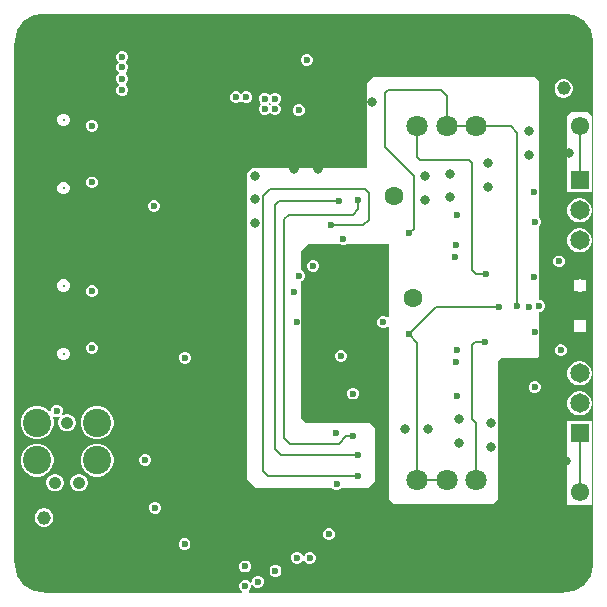
<source format=gbr>
%TF.GenerationSoftware,Altium Limited,Altium Designer,24.2.2 (26)*%
G04 Layer_Physical_Order=3*
G04 Layer_Color=16440176*
%FSLAX45Y45*%
%MOMM*%
%TF.SameCoordinates,9421A899-AC1A-4384-8821-8213F9677E77*%
%TF.FilePolarity,Positive*%
%TF.FileFunction,Copper,L3,Inr,Signal*%
%TF.Part,Single*%
G01*
G75*
%TA.AperFunction,ComponentPad*%
%ADD46C,1.60000*%
%ADD47C,1.55000*%
%ADD48C,2.40000*%
%ADD49C,1.06700*%
%ADD50C,4.46000*%
%ADD51C,1.80000*%
%TA.AperFunction,WasherPad*%
%ADD52C,1.15200*%
%TA.AperFunction,ComponentPad*%
%ADD53C,0.32500*%
%TA.AperFunction,ViaPad*%
%ADD54C,5.00000*%
%TA.AperFunction,ComponentPad*%
%ADD55C,1.65000*%
%ADD56R,1.65000X1.65000*%
%TA.AperFunction,ViaPad*%
%ADD57C,0.80000*%
%ADD58C,0.60000*%
%TA.AperFunction,Conductor*%
%ADD59C,0.17229*%
G36*
X10377500Y10567500D02*
X10627500D01*
Y6167500D01*
X10377500D01*
Y5917500D01*
X7713561Y5917500D01*
X7710916Y5929685D01*
X7710911Y5930200D01*
X7724888Y5944177D01*
X7732500Y5962554D01*
Y5978939D01*
X7744684Y5981584D01*
X7745200Y5981589D01*
X7759177Y5967612D01*
X7777554Y5960000D01*
X7797446D01*
X7815823Y5967612D01*
X7829888Y5981677D01*
X7837500Y6000054D01*
Y6019946D01*
X7829888Y6038323D01*
X7815823Y6052388D01*
X7797446Y6060000D01*
X7777554D01*
X7759177Y6052388D01*
X7745112Y6038323D01*
X7737500Y6019946D01*
Y6003561D01*
X7725316Y6000916D01*
X7724800Y6000911D01*
X7710823Y6014888D01*
X7692446Y6022500D01*
X7672554D01*
X7654177Y6014888D01*
X7640112Y6000823D01*
X7632500Y5982446D01*
Y5962554D01*
X7640112Y5944177D01*
X7654089Y5930200D01*
X7654084Y5929685D01*
X7651439Y5917500D01*
X5977500D01*
Y6167500D01*
X5727500D01*
Y10567500D01*
X5977500D01*
Y10817500D01*
X10377500D01*
Y10567500D01*
D02*
G37*
%LPC*%
G36*
X8212446Y10477500D02*
X8192554D01*
X8174177Y10469888D01*
X8160112Y10455823D01*
X8152500Y10437446D01*
Y10417554D01*
X8160112Y10399177D01*
X8174177Y10385112D01*
X8192554Y10377500D01*
X8212446D01*
X8230823Y10385112D01*
X8244888Y10399177D01*
X8252500Y10417554D01*
Y10437446D01*
X8244888Y10455823D01*
X8230823Y10469888D01*
X8212446Y10477500D01*
D02*
G37*
G36*
X7699945Y10160000D02*
X7680054D01*
X7661677Y10152388D01*
X7654547Y10145258D01*
X7646250Y10139301D01*
X7637953Y10145258D01*
X7630823Y10152388D01*
X7612446Y10160000D01*
X7592554D01*
X7574177Y10152388D01*
X7560112Y10138323D01*
X7552500Y10119946D01*
Y10100054D01*
X7560112Y10081677D01*
X7574177Y10067612D01*
X7592554Y10060000D01*
X7612446D01*
X7630823Y10067612D01*
X7637953Y10074743D01*
X7646250Y10080699D01*
X7654547Y10074743D01*
X7661677Y10067612D01*
X7680054Y10060000D01*
X7699945D01*
X7718323Y10067612D01*
X7732388Y10081677D01*
X7740000Y10100054D01*
Y10119946D01*
X7732388Y10138323D01*
X7718323Y10152388D01*
X7699945Y10160000D01*
D02*
G37*
G36*
X7942446Y10150000D02*
X7922554D01*
X7904177Y10142388D01*
X7897047Y10135258D01*
X7888750Y10129301D01*
X7880453Y10135258D01*
X7873323Y10142388D01*
X7854946Y10150000D01*
X7835054D01*
X7816677Y10142388D01*
X7802612Y10128323D01*
X7795000Y10109946D01*
Y10090054D01*
X7802612Y10071677D01*
X7809743Y10064547D01*
X7815699Y10056250D01*
X7809743Y10047953D01*
X7802612Y10040823D01*
X7795000Y10022446D01*
Y10002554D01*
X7802612Y9984177D01*
X7816677Y9970112D01*
X7835054Y9962500D01*
X7854946D01*
X7873323Y9970112D01*
X7880453Y9977242D01*
X7888750Y9983199D01*
X7897047Y9977242D01*
X7904177Y9970112D01*
X7922554Y9962500D01*
X7942446D01*
X7960823Y9970112D01*
X7974888Y9984177D01*
X7982500Y10002554D01*
Y10022446D01*
X7974888Y10040823D01*
X7967757Y10047953D01*
X7961801Y10056250D01*
X7967757Y10064547D01*
X7974888Y10071677D01*
X7982500Y10090054D01*
Y10109946D01*
X7974888Y10128323D01*
X7960823Y10142388D01*
X7942446Y10150000D01*
D02*
G37*
G36*
X6649945Y10502500D02*
X6630054D01*
X6611677Y10494888D01*
X6597612Y10480823D01*
X6590000Y10462445D01*
Y10442554D01*
X6597612Y10424177D01*
X6604742Y10417046D01*
X6610699Y10408750D01*
X6604742Y10400453D01*
X6597612Y10393323D01*
X6590000Y10374945D01*
Y10355054D01*
X6597612Y10336677D01*
X6611677Y10322612D01*
X6611706Y10322600D01*
Y10309900D01*
X6611677Y10309888D01*
X6597612Y10295823D01*
X6590000Y10277446D01*
Y10257554D01*
X6597612Y10239177D01*
X6611677Y10225112D01*
X6611706Y10225100D01*
Y10212400D01*
X6611677Y10212388D01*
X6597612Y10198323D01*
X6590000Y10179945D01*
Y10160054D01*
X6597612Y10141677D01*
X6611677Y10127612D01*
X6630054Y10120000D01*
X6649945D01*
X6668322Y10127612D01*
X6682388Y10141677D01*
X6690000Y10160054D01*
Y10179945D01*
X6682388Y10198323D01*
X6668322Y10212388D01*
X6668293Y10212400D01*
Y10225100D01*
X6668322Y10225112D01*
X6682388Y10239177D01*
X6690000Y10257554D01*
Y10277446D01*
X6682388Y10295823D01*
X6668322Y10309888D01*
X6668294Y10309900D01*
Y10322600D01*
X6668322Y10322612D01*
X6682388Y10336677D01*
X6690000Y10355054D01*
Y10374945D01*
X6682388Y10393323D01*
X6675257Y10400453D01*
X6669301Y10408750D01*
X6675257Y10417046D01*
X6682388Y10424177D01*
X6690000Y10442554D01*
Y10462445D01*
X6682388Y10480823D01*
X6668322Y10494888D01*
X6649945Y10502500D01*
D02*
G37*
G36*
X10387716Y10262600D02*
X10367284D01*
X10347548Y10257312D01*
X10329853Y10247095D01*
X10315405Y10232648D01*
X10305188Y10214953D01*
X10299900Y10195216D01*
Y10174784D01*
X10305188Y10155048D01*
X10315405Y10137353D01*
X10329853Y10122905D01*
X10340996Y10116471D01*
X10347548Y10112689D01*
X10367284Y10107400D01*
X10387716D01*
X10407452Y10112689D01*
X10425147Y10122905D01*
X10439595Y10137353D01*
X10449811Y10155048D01*
X10455100Y10174784D01*
Y10195216D01*
X10449811Y10214953D01*
X10439595Y10232648D01*
X10425147Y10247095D01*
X10407452Y10257312D01*
X10387716Y10262600D01*
D02*
G37*
G36*
X8144946Y10050000D02*
X8125054D01*
X8106677Y10042388D01*
X8092612Y10028323D01*
X8085000Y10009946D01*
Y9990054D01*
X8092612Y9971677D01*
X8106677Y9957612D01*
X8125054Y9950000D01*
X8144946D01*
X8163323Y9957612D01*
X8177388Y9971677D01*
X8185000Y9990054D01*
Y10009946D01*
X8177388Y10028323D01*
X8163323Y10042388D01*
X8144946Y10050000D01*
D02*
G37*
G36*
X6154680Y9970954D02*
X6133794D01*
X6114498Y9962962D01*
X6099730Y9948193D01*
X6091737Y9928897D01*
Y9908011D01*
X6099730Y9888716D01*
X6114498Y9873947D01*
X6133794Y9865954D01*
X6154680D01*
X6173976Y9873947D01*
X6188745Y9888716D01*
X6196737Y9908011D01*
Y9928897D01*
X6188745Y9948193D01*
X6173976Y9962962D01*
X6154680Y9970954D01*
D02*
G37*
G36*
X6394946Y9919500D02*
X6375054D01*
X6356677Y9911888D01*
X6342612Y9897823D01*
X6335000Y9879446D01*
Y9859554D01*
X6342612Y9841177D01*
X6356677Y9827112D01*
X6375054Y9819500D01*
X6394946D01*
X6413323Y9827112D01*
X6427388Y9841177D01*
X6435000Y9859554D01*
Y9879446D01*
X6427388Y9897823D01*
X6413323Y9911888D01*
X6394946Y9919500D01*
D02*
G37*
G36*
X10135000Y10280000D02*
X8765000D01*
X8715000Y10230000D01*
Y9522700D01*
X8702300Y9510000D01*
X7742500Y9510000D01*
X7692499Y9459999D01*
X7692500Y6875000D01*
X7767500Y6800000D01*
X8419289Y6800000D01*
X8426677Y6792612D01*
X8445054Y6785000D01*
X8464946D01*
X8483323Y6792612D01*
X8490711Y6800000D01*
X8717500D01*
X8780000Y6862500D01*
X8780000Y7312500D01*
X8737500Y7355000D01*
X8195000Y7355000D01*
X8157500Y7392500D01*
Y8553129D01*
X8168323Y8557612D01*
X8182388Y8571677D01*
X8190000Y8590054D01*
Y8609946D01*
X8182388Y8628323D01*
X8168323Y8642388D01*
X8157500Y8646871D01*
Y8810000D01*
X8212500Y8865000D01*
X8484448D01*
X8502554Y8857500D01*
X8522446D01*
X8540552Y8865000D01*
X8897500D01*
Y8246171D01*
X8884800Y8240911D01*
X8878323Y8247388D01*
X8859946Y8255000D01*
X8840054D01*
X8821677Y8247388D01*
X8807612Y8233323D01*
X8800000Y8214946D01*
Y8195054D01*
X8807612Y8176677D01*
X8821677Y8162612D01*
X8840054Y8155000D01*
X8859946D01*
X8878323Y8162612D01*
X8884800Y8169089D01*
X8897500Y8163829D01*
Y6705000D01*
X8937500Y6665000D01*
X9777500D01*
X9820000Y6707500D01*
Y7877500D01*
X9845000Y7902500D01*
X10147500D01*
X10165000Y7920000D01*
Y8292500D01*
X10182446D01*
X10200823Y8300112D01*
X10214888Y8314177D01*
X10222500Y8332554D01*
Y8352446D01*
X10214888Y8370823D01*
X10200823Y8384888D01*
X10182446Y8392500D01*
X10165000D01*
Y9014289D01*
X10177388Y9026677D01*
X10185000Y9045054D01*
Y9064946D01*
X10177388Y9083323D01*
X10165000Y9095711D01*
Y10250000D01*
X10135000Y10280000D01*
D02*
G37*
G36*
X6394946Y9439500D02*
X6375054D01*
X6356677Y9431888D01*
X6342612Y9417823D01*
X6335000Y9399446D01*
Y9379554D01*
X6342612Y9361177D01*
X6356677Y9347112D01*
X6375054Y9339500D01*
X6394946D01*
X6413323Y9347112D01*
X6427388Y9361177D01*
X6435000Y9379554D01*
Y9399446D01*
X6427388Y9417823D01*
X6413323Y9431888D01*
X6394946Y9439500D01*
D02*
G37*
G36*
X10582500Y9985000D02*
X10442500D01*
X10408899Y9951399D01*
Y9509541D01*
Y9304541D01*
X10613899D01*
Y9509541D01*
Y9953601D01*
X10582500Y9985000D01*
D02*
G37*
G36*
X6154680Y9392955D02*
X6133794D01*
X6114498Y9384962D01*
X6099730Y9370193D01*
X6091737Y9350897D01*
Y9330012D01*
X6099730Y9310716D01*
X6114498Y9295947D01*
X6133794Y9287954D01*
X6154680D01*
X6173976Y9295947D01*
X6188745Y9310716D01*
X6196737Y9330012D01*
Y9350897D01*
X6188745Y9370193D01*
X6173976Y9384962D01*
X6154680Y9392955D01*
D02*
G37*
G36*
X6917446Y9240000D02*
X6897554D01*
X6879177Y9232388D01*
X6865112Y9218323D01*
X6857500Y9199946D01*
Y9180054D01*
X6865112Y9161677D01*
X6879177Y9147612D01*
X6897554Y9140000D01*
X6917446D01*
X6935823Y9147612D01*
X6949888Y9161677D01*
X6957500Y9180054D01*
Y9199946D01*
X6949888Y9218323D01*
X6935823Y9232388D01*
X6917446Y9240000D01*
D02*
G37*
G36*
X10524894Y9255541D02*
X10497905D01*
X10471836Y9248556D01*
X10448463Y9235062D01*
X10429379Y9215978D01*
X10415885Y9192605D01*
X10408899Y9166535D01*
Y9139547D01*
X10415885Y9113478D01*
X10429379Y9090105D01*
X10448463Y9071021D01*
X10471836Y9057526D01*
X10497905Y9050541D01*
X10524894D01*
X10550963Y9057526D01*
X10574336Y9071021D01*
X10593420Y9090105D01*
X10606914Y9113478D01*
X10613899Y9139547D01*
Y9166535D01*
X10606914Y9192605D01*
X10593420Y9215978D01*
X10574336Y9235062D01*
X10550963Y9248556D01*
X10524894Y9255541D01*
D02*
G37*
G36*
Y9001541D02*
X10497905D01*
X10471836Y8994556D01*
X10448463Y8981062D01*
X10429379Y8961978D01*
X10415885Y8938605D01*
X10408899Y8912535D01*
Y8885547D01*
X10415885Y8859478D01*
X10429379Y8836105D01*
X10448463Y8817021D01*
X10471836Y8803526D01*
X10497905Y8796541D01*
X10524894D01*
X10550963Y8803526D01*
X10574336Y8817021D01*
X10593420Y8836105D01*
X10606914Y8859478D01*
X10613899Y8885547D01*
Y8912535D01*
X10606914Y8938605D01*
X10593420Y8961978D01*
X10574336Y8981062D01*
X10550963Y8994556D01*
X10524894Y9001541D01*
D02*
G37*
G36*
X10347902Y8770456D02*
X10328011D01*
X10309634Y8762845D01*
X10295568Y8748779D01*
X10287957Y8730402D01*
Y8710511D01*
X10295568Y8692134D01*
X10309634Y8678068D01*
X10328011Y8670457D01*
X10347902D01*
X10364800Y8677456D01*
X10366279Y8678068D01*
X10380344Y8692134D01*
X10387956Y8710511D01*
Y8730402D01*
X10380344Y8748779D01*
X10366279Y8762845D01*
X10364800Y8763457D01*
D01*
X10347902Y8770456D01*
D02*
G37*
G36*
X8267446Y8732500D02*
X8247554D01*
X8229177Y8724888D01*
X8215112Y8710823D01*
X8207500Y8692446D01*
Y8672554D01*
X8215112Y8654177D01*
X8229177Y8640112D01*
X8247554Y8632500D01*
X8267446D01*
X8285823Y8640112D01*
X8299888Y8654177D01*
X8307500Y8672554D01*
Y8692446D01*
X8299888Y8710823D01*
X8285823Y8724888D01*
X8267446Y8732500D01*
D02*
G37*
G36*
X10524772Y8568600D02*
X10504086D01*
X10499258Y8566600D01*
X10464400D01*
Y8531701D01*
X10462429Y8526943D01*
Y8506257D01*
X10464400Y8501499D01*
Y8466600D01*
X10499257D01*
X10504086Y8464600D01*
X10524772D01*
X10529601Y8466600D01*
X10564400D01*
Y8501358D01*
X10566429Y8506257D01*
Y8526943D01*
X10564400Y8531842D01*
Y8566600D01*
X10529600D01*
X10524772Y8568600D01*
D02*
G37*
G36*
X6154643Y8568454D02*
X6133757D01*
X6114461Y8560462D01*
X6099693Y8545693D01*
X6091700Y8526397D01*
Y8505511D01*
X6099693Y8486215D01*
X6114461Y8471447D01*
X6133757Y8463454D01*
X6154643D01*
X6173939Y8471447D01*
X6188707Y8486215D01*
X6196700Y8505511D01*
Y8526397D01*
X6188707Y8545693D01*
X6173939Y8560462D01*
X6154643Y8568454D01*
D02*
G37*
G36*
X6394946Y8517000D02*
X6375054D01*
X6356677Y8509388D01*
X6342612Y8495323D01*
X6335000Y8476946D01*
Y8457054D01*
X6342612Y8438677D01*
X6356677Y8424612D01*
X6375054Y8417000D01*
X6394946D01*
X6413323Y8424612D01*
X6427388Y8438677D01*
X6435000Y8457054D01*
Y8476946D01*
X6427388Y8495323D01*
X6413323Y8509388D01*
X6394946Y8517000D01*
D02*
G37*
G36*
X10524744Y8228575D02*
X10504057D01*
X10499288Y8226600D01*
X10464400D01*
Y8191747D01*
X10462400Y8186919D01*
Y8166232D01*
X10464400Y8161404D01*
Y8126600D01*
X10499169D01*
X10504057Y8124576D01*
X10524744D01*
X10529632Y8126600D01*
X10564400D01*
Y8161403D01*
X10566400Y8166232D01*
Y8186919D01*
X10564400Y8191748D01*
Y8226600D01*
X10529513D01*
X10524744Y8228575D01*
D02*
G37*
G36*
X6394946Y8037000D02*
X6375054D01*
X6356677Y8029388D01*
X6342612Y8015323D01*
X6335000Y7996946D01*
Y7977054D01*
X6342612Y7958677D01*
X6356677Y7944612D01*
X6375054Y7937000D01*
X6394946D01*
X6413323Y7944612D01*
X6427388Y7958677D01*
X6435000Y7977054D01*
Y7996946D01*
X6427388Y8015323D01*
X6413323Y8029388D01*
X6394946Y8037000D01*
D02*
G37*
G36*
X10364946Y8017500D02*
X10345054D01*
X10332700Y8012383D01*
X10326677Y8009888D01*
X10312612Y7995823D01*
X10305000Y7977446D01*
Y7957554D01*
X10312612Y7939177D01*
X10326677Y7925112D01*
X10345054Y7917500D01*
X10364946D01*
X10383323Y7925112D01*
X10397388Y7939177D01*
X10405000Y7957554D01*
Y7977446D01*
X10397388Y7995823D01*
X10383323Y8009888D01*
X10366940Y8016674D01*
X10364946Y8017500D01*
D02*
G37*
G36*
X6154643Y7990454D02*
X6133757D01*
X6114461Y7982462D01*
X6099693Y7967693D01*
X6091700Y7948397D01*
Y7927511D01*
X6099693Y7908216D01*
X6114461Y7893447D01*
X6133757Y7885454D01*
X6154643D01*
X6173939Y7893447D01*
X6188707Y7908216D01*
X6196700Y7927511D01*
Y7948397D01*
X6188707Y7967693D01*
X6173939Y7982462D01*
X6154643Y7990454D01*
D02*
G37*
G36*
X8502446Y7970000D02*
X8482554D01*
X8464177Y7962388D01*
X8450112Y7948323D01*
X8442500Y7929946D01*
Y7910054D01*
X8450112Y7891677D01*
X8464177Y7877612D01*
X8482554Y7870000D01*
X8502446D01*
X8520823Y7877612D01*
X8534888Y7891677D01*
X8542500Y7910054D01*
Y7929946D01*
X8534888Y7948323D01*
X8520823Y7962388D01*
X8502446Y7970000D01*
D02*
G37*
G36*
X7179946Y7955000D02*
X7160054D01*
X7141677Y7947388D01*
X7127612Y7933323D01*
X7120000Y7914946D01*
Y7895054D01*
X7127612Y7876677D01*
X7141677Y7862612D01*
X7160054Y7855000D01*
X7179946D01*
X7198323Y7862612D01*
X7212388Y7876677D01*
X7220000Y7895054D01*
Y7914946D01*
X7212388Y7933323D01*
X7198323Y7947388D01*
X7179946Y7955000D01*
D02*
G37*
G36*
X10524894Y7875959D02*
X10497906D01*
X10471837Y7868974D01*
X10448464Y7855479D01*
X10429380Y7836395D01*
X10415885Y7813022D01*
X10408900Y7786953D01*
Y7759965D01*
X10415885Y7733895D01*
X10429380Y7710523D01*
X10448464Y7691439D01*
X10471837Y7677944D01*
X10497906Y7670959D01*
X10524894D01*
X10550964Y7677944D01*
X10574336Y7691439D01*
X10593421Y7710523D01*
X10606915Y7733895D01*
X10613900Y7759965D01*
Y7786953D01*
X10606915Y7813022D01*
X10593421Y7836395D01*
X10574336Y7855479D01*
X10550964Y7868974D01*
X10524894Y7875959D01*
D02*
G37*
G36*
X10142446Y7705000D02*
X10122554D01*
X10104177Y7697388D01*
X10090112Y7683323D01*
X10082500Y7664946D01*
Y7645054D01*
X10090112Y7626677D01*
X10104177Y7612612D01*
X10122554Y7605000D01*
X10142446D01*
X10160823Y7612612D01*
X10174888Y7626677D01*
X10182500Y7645054D01*
Y7664946D01*
X10174888Y7683323D01*
X10160823Y7697388D01*
X10142446Y7705000D01*
D02*
G37*
G36*
X8602446Y7652500D02*
X8582554D01*
X8564177Y7644888D01*
X8550112Y7630823D01*
X8542500Y7612446D01*
Y7592554D01*
X8550112Y7574177D01*
X8564177Y7560112D01*
X8582554Y7552500D01*
X8602446D01*
X8620823Y7560112D01*
X8634888Y7574177D01*
X8642500Y7592554D01*
Y7612446D01*
X8634888Y7630823D01*
X8620823Y7644888D01*
X8602446Y7652500D01*
D02*
G37*
G36*
X6094946Y7507500D02*
X6075054D01*
X6067500Y7504371D01*
D01*
X6056677Y7499888D01*
X6042612Y7485823D01*
X6035000Y7467446D01*
Y7455129D01*
X6022300Y7449869D01*
D01*
X6004816Y7467353D01*
X5972892Y7485785D01*
X5937285Y7495325D01*
X5900423D01*
X5864816Y7485785D01*
X5832892Y7467353D01*
X5806826Y7441287D01*
X5788395Y7409363D01*
X5778854Y7373757D01*
Y7336894D01*
X5788395Y7301287D01*
X5806826Y7269363D01*
X5832892Y7243298D01*
X5864816Y7224866D01*
X5900423Y7215325D01*
X5937285D01*
X5972892Y7224866D01*
X6004816Y7243298D01*
X6030882Y7269363D01*
X6049313Y7301287D01*
X6054800Y7321764D01*
D01*
X6058854Y7336894D01*
Y7373757D01*
X6050587Y7404609D01*
X6061096Y7413282D01*
X6075054Y7407500D01*
X6094946D01*
X6109267Y7413432D01*
X6116461Y7402665D01*
X6114159Y7400363D01*
X6104503Y7383638D01*
X6099504Y7364982D01*
Y7345669D01*
X6104503Y7327013D01*
X6114159Y7310287D01*
X6127816Y7296631D01*
X6144542Y7286974D01*
X6163197Y7281976D01*
X6182510D01*
X6201166Y7286974D01*
X6217892Y7296631D01*
X6231548Y7310287D01*
X6241205Y7327013D01*
X6246204Y7345669D01*
Y7364982D01*
X6241205Y7383638D01*
X6231548Y7400363D01*
X6217892Y7414020D01*
X6201166Y7423677D01*
X6182510Y7428675D01*
X6163197D01*
X6144542Y7423677D01*
X6133437Y7417265D01*
X6125638Y7427428D01*
X6127388Y7429177D01*
X6135000Y7447554D01*
Y7467446D01*
X6127388Y7485823D01*
X6113323Y7499888D01*
X6094946Y7507500D01*
D02*
G37*
G36*
X10524894Y7621959D02*
X10497906D01*
X10471837Y7614974D01*
X10448464Y7601479D01*
X10429380Y7582395D01*
X10415885Y7559022D01*
X10408900Y7532953D01*
Y7505965D01*
X10415885Y7479895D01*
X10429380Y7456523D01*
X10448464Y7437439D01*
X10471837Y7423944D01*
X10497906Y7416959D01*
X10524894D01*
X10550964Y7423944D01*
X10574336Y7437439D01*
X10593421Y7456523D01*
X10606915Y7479895D01*
X10613900Y7505965D01*
Y7532953D01*
X10606915Y7559022D01*
X10593421Y7582395D01*
X10574336Y7601479D01*
X10550964Y7614974D01*
X10524894Y7621959D01*
D02*
G37*
G36*
X6445285Y7495325D02*
X6408423D01*
X6372816Y7485785D01*
X6340892Y7467353D01*
X6314826Y7441287D01*
X6296395Y7409363D01*
X6286854Y7373757D01*
Y7336894D01*
X6296395Y7301287D01*
X6314826Y7269363D01*
X6340892Y7243298D01*
X6372816Y7224866D01*
X6408423Y7215325D01*
X6445285D01*
X6480892Y7224866D01*
X6512816Y7243298D01*
X6538882Y7269363D01*
X6557313Y7301287D01*
X6566854Y7336894D01*
Y7373757D01*
X6557313Y7409363D01*
X6538882Y7441287D01*
X6512816Y7467353D01*
X6480892Y7485785D01*
X6445285Y7495325D01*
D02*
G37*
G36*
X5937285Y7177825D02*
X5900423D01*
X5864816Y7168285D01*
X5832892Y7149853D01*
X5806826Y7123787D01*
X5788395Y7091863D01*
X5778854Y7056257D01*
Y7019394D01*
X5788395Y6983787D01*
X5806826Y6951863D01*
X5832892Y6925798D01*
X5864816Y6907366D01*
X5900423Y6897825D01*
X5937285D01*
X5972892Y6907366D01*
X6004816Y6925798D01*
X6030882Y6951863D01*
X6049313Y6983787D01*
X6054800Y7004264D01*
D01*
X6058854Y7019394D01*
Y7056257D01*
X6054800Y7071387D01*
X6049313Y7091863D01*
X6030882Y7123787D01*
X6004816Y7149853D01*
X5972892Y7168285D01*
X5937285Y7177825D01*
D02*
G37*
G36*
X6844946Y7090000D02*
X6825054D01*
X6806677Y7082388D01*
X6792612Y7068323D01*
X6785000Y7049946D01*
Y7030054D01*
X6792612Y7011677D01*
X6806677Y6997612D01*
X6825054Y6990000D01*
X6844946D01*
X6863323Y6997612D01*
X6877388Y7011677D01*
X6885000Y7030054D01*
Y7049946D01*
X6877388Y7068323D01*
X6863323Y7082388D01*
X6844946Y7090000D01*
D02*
G37*
G36*
X6445285Y7177825D02*
X6408423D01*
X6372816Y7168285D01*
X6340892Y7149853D01*
X6314826Y7123787D01*
X6296395Y7091863D01*
X6286854Y7056257D01*
Y7019394D01*
X6296395Y6983787D01*
X6314826Y6951863D01*
X6340892Y6925798D01*
X6372816Y6907366D01*
X6408423Y6897825D01*
X6445285D01*
X6480892Y6907366D01*
X6512816Y6925798D01*
X6538882Y6951863D01*
X6557313Y6983787D01*
X6566854Y7019394D01*
Y7056257D01*
X6557313Y7091863D01*
X6538882Y7123787D01*
X6512816Y7149853D01*
X6480892Y7168285D01*
X6445285Y7177825D01*
D02*
G37*
G36*
X6284110Y6920675D02*
X6264797D01*
X6246142Y6915677D01*
X6229416Y6906020D01*
X6215759Y6892363D01*
X6206103Y6875638D01*
X6201104Y6856982D01*
Y6837669D01*
X6206103Y6819013D01*
X6215759Y6802287D01*
X6229416Y6788631D01*
X6246142Y6778974D01*
X6264797Y6773976D01*
X6284110D01*
X6302766Y6778974D01*
X6319492Y6788631D01*
X6333148Y6802287D01*
X6342805Y6819013D01*
X6347804Y6837669D01*
Y6856982D01*
X6342805Y6875638D01*
X6333148Y6892363D01*
X6319492Y6906020D01*
X6302766Y6915677D01*
X6284110Y6920675D01*
D02*
G37*
G36*
X6080910D02*
X6061597D01*
X6042942Y6915677D01*
X6026216Y6906020D01*
X6012559Y6892363D01*
X6002903Y6875638D01*
X5997904Y6856982D01*
Y6837669D01*
X6002903Y6819013D01*
X6012559Y6802287D01*
X6026216Y6788631D01*
X6042942Y6778974D01*
X6061597Y6773976D01*
X6080910D01*
X6099566Y6778974D01*
X6116292Y6788631D01*
X6129948Y6802287D01*
X6139605Y6819013D01*
X6144604Y6837669D01*
Y6856982D01*
X6139605Y6875638D01*
X6129948Y6892363D01*
X6116292Y6906020D01*
X6099566Y6915677D01*
X6080910Y6920675D01*
D02*
G37*
G36*
X10613900Y7367959D02*
X10408900D01*
Y7162959D01*
Y6666100D01*
X10417500Y6657500D01*
X10605000D01*
X10613900Y6666400D01*
Y7162959D01*
Y7367959D01*
D02*
G37*
G36*
X6929945Y6685000D02*
X6910054D01*
X6891677Y6677388D01*
X6877612Y6663323D01*
X6870000Y6644946D01*
Y6625054D01*
X6877612Y6606677D01*
X6891677Y6592612D01*
X6910054Y6585000D01*
X6929945D01*
X6948323Y6592612D01*
X6962388Y6606677D01*
X6970000Y6625054D01*
Y6644946D01*
X6962388Y6663323D01*
X6948323Y6677388D01*
X6929945Y6685000D01*
D02*
G37*
G36*
X5987716Y6630100D02*
X5967284D01*
X5947548Y6624811D01*
X5929853Y6614595D01*
X5915405Y6600147D01*
X5905189Y6582452D01*
X5899900Y6562716D01*
Y6542284D01*
X5905189Y6522548D01*
X5915405Y6504853D01*
X5929853Y6490405D01*
X5947548Y6480188D01*
X5967284Y6474900D01*
X5987716D01*
X6007453Y6480188D01*
X6025147Y6490405D01*
X6039595Y6504853D01*
X6049812Y6522548D01*
X6055100Y6542284D01*
Y6562716D01*
X6049812Y6582452D01*
X6039595Y6600147D01*
X6025147Y6614595D01*
X6007453Y6624811D01*
X5987716Y6630100D01*
D02*
G37*
G36*
X8399946Y6460000D02*
X8380054D01*
X8361677Y6452388D01*
X8347612Y6438323D01*
X8340000Y6419946D01*
Y6400054D01*
X8347612Y6381677D01*
X8361677Y6367612D01*
X8380054Y6360000D01*
X8399946D01*
X8418323Y6367612D01*
X8432388Y6381677D01*
X8440000Y6400054D01*
Y6419946D01*
X8432388Y6438323D01*
X8418323Y6452388D01*
X8399946Y6460000D01*
D02*
G37*
G36*
X7177446Y6375000D02*
X7157554D01*
X7139177Y6367388D01*
X7125112Y6353323D01*
X7117500Y6334946D01*
Y6315054D01*
X7125112Y6296677D01*
X7139177Y6282612D01*
X7157554Y6275000D01*
X7177446D01*
X7195823Y6282612D01*
X7209888Y6296677D01*
X7217500Y6315054D01*
Y6334946D01*
X7209888Y6353323D01*
X7195823Y6367388D01*
X7177446Y6375000D01*
D02*
G37*
G36*
X8129946Y6262500D02*
X8110054D01*
X8091677Y6254888D01*
X8077612Y6240823D01*
X8070000Y6222446D01*
Y6202554D01*
X8077612Y6184177D01*
X8091677Y6170112D01*
X8110054Y6162500D01*
X8129946D01*
X8148323Y6170112D01*
X8162388Y6184177D01*
X8166359Y6193764D01*
X8180106D01*
X8185112Y6181677D01*
X8199177Y6167612D01*
X8217554Y6160000D01*
X8237446D01*
X8255823Y6167612D01*
X8269888Y6181677D01*
X8277500Y6200054D01*
Y6219946D01*
X8269888Y6238323D01*
X8255823Y6252388D01*
X8237446Y6260000D01*
X8217554D01*
X8199177Y6252388D01*
X8185112Y6238323D01*
X8181141Y6228736D01*
X8167394D01*
X8162388Y6240823D01*
X8148323Y6254888D01*
X8129946Y6262500D01*
D02*
G37*
G36*
X7692446Y6187870D02*
X7672554D01*
X7654177Y6180258D01*
X7640112Y6166193D01*
X7632500Y6147816D01*
Y6127925D01*
X7640112Y6109548D01*
X7654177Y6095482D01*
X7672554Y6087870D01*
X7692446D01*
X7710823Y6095482D01*
X7724888Y6109548D01*
X7732500Y6127925D01*
Y6147816D01*
X7724888Y6166193D01*
X7710823Y6180258D01*
X7692446Y6187870D01*
D02*
G37*
G36*
X7947446Y6152500D02*
X7927554D01*
X7909177Y6144888D01*
X7895112Y6130823D01*
X7887500Y6112446D01*
Y6092554D01*
X7895112Y6074177D01*
X7909177Y6060112D01*
X7927554Y6052500D01*
X7947446D01*
X7965823Y6060112D01*
X7979888Y6074177D01*
X7987500Y6092554D01*
Y6112446D01*
X7979888Y6130823D01*
X7965823Y6144888D01*
X7947446Y6152500D01*
D02*
G37*
%LPD*%
G36*
X7894821Y10064860D02*
X7898124Y10056250D01*
X7894821Y10047640D01*
X7888750Y10044942D01*
X7882679Y10047640D01*
X7879376Y10056250D01*
X7882679Y10064860D01*
X7888750Y10067558D01*
X7894821Y10064860D01*
D02*
G37*
D46*
X9104700Y8413055D02*
D03*
X8944699Y9273034D02*
D03*
D47*
X8479430Y6052147D02*
D03*
X8543039Y10685354D02*
D03*
X10511400Y6770479D02*
D03*
Y9869500D02*
D03*
D48*
X5918854Y7037825D02*
D03*
Y7355325D02*
D03*
X6426854D02*
D03*
Y7037825D02*
D03*
D49*
X6172854Y7355325D02*
D03*
X6274454Y6847325D02*
D03*
X6071254D02*
D03*
D50*
X8948100Y6169667D02*
D03*
X9828100D02*
D03*
X9828064Y10565333D02*
D03*
X8948064D02*
D03*
D51*
X9138100Y6869667D02*
D03*
X9388100D02*
D03*
X9638100D02*
D03*
X9638064Y9865333D02*
D03*
X9388064D02*
D03*
X9138064D02*
D03*
D52*
X5977500Y6552500D02*
D03*
X10377500Y10185000D02*
D03*
D53*
X6144237Y9918454D02*
D03*
Y9340455D02*
D03*
X6144200Y7937954D02*
D03*
Y8515954D02*
D03*
D54*
X10377500Y6167500D02*
D03*
Y10567500D02*
D03*
X5977500Y6167500D02*
D03*
X5977500Y10567500D02*
D03*
D55*
X10511400Y7773459D02*
D03*
Y7519459D02*
D03*
X10511399Y8899041D02*
D03*
Y9153041D02*
D03*
D56*
X10511400Y7265459D02*
D03*
X10511399Y9407041D02*
D03*
D57*
X6817500Y9945000D02*
D03*
X6617500D02*
D03*
X9205000Y9240000D02*
D03*
Y9440000D02*
D03*
X9412500Y9262500D02*
D03*
Y9462500D02*
D03*
X10425000Y9640000D02*
D03*
X10397500Y7030000D02*
D03*
X9550000Y10340000D02*
D03*
X9350000D02*
D03*
X10080000Y9822500D02*
D03*
Y9622500D02*
D03*
X9735000Y9550000D02*
D03*
Y9350000D02*
D03*
X8752500Y10067500D02*
D03*
X8552500D02*
D03*
X8630000Y9710000D02*
D03*
X8475000Y9885000D02*
D03*
X8095000Y9507500D02*
D03*
X8295000D02*
D03*
X9762500Y7352500D02*
D03*
Y7152500D02*
D03*
X9492500Y7385000D02*
D03*
Y7185000D02*
D03*
X8810000Y7542500D02*
D03*
X9232500Y7300000D02*
D03*
X9032500D02*
D03*
X6755000Y6472500D02*
D03*
Y6672500D02*
D03*
X6475000Y6282500D02*
D03*
X6675000D02*
D03*
X6480000Y6585000D02*
D03*
X6280000D02*
D03*
X7402500Y8392500D02*
D03*
X7202500D02*
D03*
X7240000Y8152500D02*
D03*
X7040000D02*
D03*
X6612500Y7685000D02*
D03*
Y7885000D02*
D03*
X6532500Y8815000D02*
D03*
Y9015000D02*
D03*
X5945000Y8095000D02*
D03*
Y8295000D02*
D03*
X5970000Y9520000D02*
D03*
Y9720000D02*
D03*
X7422500Y9940000D02*
D03*
X7622500D02*
D03*
X7002500Y9945000D02*
D03*
X7202500D02*
D03*
X7770000Y9705000D02*
D03*
X7970000D02*
D03*
X7762500Y9442500D02*
D03*
X7760000Y9247500D02*
D03*
Y9047500D02*
D03*
X7485000Y9175000D02*
D03*
X7285000D02*
D03*
X6887500Y9707500D02*
D03*
X7087500D02*
D03*
X7487500D02*
D03*
X7287500D02*
D03*
Y9442500D02*
D03*
X7487500D02*
D03*
X7087500D02*
D03*
X6887500D02*
D03*
X10000000Y7000000D02*
D03*
X10250000Y6500000D02*
D03*
X9750000D02*
D03*
X9500000Y6000000D02*
D03*
X9250000Y10500000D02*
D03*
Y6500000D02*
D03*
X6500000Y6000000D02*
D03*
X6000000Y10000000D02*
D03*
Y9000000D02*
D03*
D58*
X8700000Y10337500D02*
D03*
X8120000Y6212500D02*
D03*
X8227500Y6210000D02*
D03*
X7845000Y10012500D02*
D03*
X7932500D02*
D03*
X10172500Y8342500D02*
D03*
X10370000Y8805000D02*
D03*
X10407500Y7885000D02*
D03*
X10355000Y7967500D02*
D03*
X6722500Y9105000D02*
D03*
X6907500Y9190000D02*
D03*
X10437500Y8385000D02*
D03*
X10482500Y8300000D02*
D03*
X10390000Y8465000D02*
D03*
X10467500Y8050000D02*
D03*
X10580000Y7977500D02*
D03*
X10577500Y8717500D02*
D03*
X10212500Y8250000D02*
D03*
X10080000Y8337500D02*
D03*
X9982500Y8340000D02*
D03*
X6490000Y8457500D02*
D03*
X6487500Y7995000D02*
D03*
X6667500Y8400000D02*
D03*
X6662500Y8152500D02*
D03*
X10232500Y7477500D02*
D03*
X8613970Y8434727D02*
D03*
X8330365Y10015365D02*
D03*
X7932500Y10100000D02*
D03*
X7845000D02*
D03*
X6385000Y9869500D02*
D03*
X7602500Y10110000D02*
D03*
X7690000D02*
D03*
X7375000Y10085000D02*
D03*
X7462500D02*
D03*
X9462500Y7870000D02*
D03*
X9460000Y8762500D02*
D03*
X8202500Y10427500D02*
D03*
X8135000Y10000000D02*
D03*
X10092500Y7402500D02*
D03*
X10122500Y9310000D02*
D03*
X10127500Y8592500D02*
D03*
X10130921Y8122127D02*
D03*
X10337956Y8720457D02*
D03*
X10230000Y9230000D02*
D03*
X10132500Y7655000D02*
D03*
X10135000Y9055000D02*
D03*
X9472500Y9115000D02*
D03*
Y7582500D02*
D03*
X8592500Y7602500D02*
D03*
X8407500Y9027500D02*
D03*
X9477500Y7972500D02*
D03*
X9462500Y8857500D02*
D03*
X9722500Y8617500D02*
D03*
X9715000Y8035000D02*
D03*
X9827500Y8335000D02*
D03*
X9067500Y8102500D02*
D03*
Y8957500D02*
D03*
X8850000Y8205000D02*
D03*
X8832500Y8055000D02*
D03*
X8750000Y8655000D02*
D03*
X8097500Y8462500D02*
D03*
X8477500Y9230000D02*
D03*
X8512500Y8907500D02*
D03*
X8637500Y9242500D02*
D03*
X8582500Y7450000D02*
D03*
X8592500Y7240000D02*
D03*
X8280000Y8812500D02*
D03*
X8120000Y8210000D02*
D03*
X8635000Y7085000D02*
D03*
X8632500Y6905000D02*
D03*
X8390000Y6410000D02*
D03*
X6592500Y7137500D02*
D03*
X5932500Y6837500D02*
D03*
X6085000Y7457500D02*
D03*
X6835000Y7040000D02*
D03*
X6752500Y6872500D02*
D03*
X7682500Y5972500D02*
D03*
X6835000Y6815000D02*
D03*
X7477500Y5962500D02*
D03*
X8397500Y8605000D02*
D03*
X8140000Y8600000D02*
D03*
X8257500Y8682500D02*
D03*
X8455000Y6835000D02*
D03*
X6920000Y6635000D02*
D03*
X6502500Y9860000D02*
D03*
X6680000Y9702500D02*
D03*
X6675000Y9457500D02*
D03*
X6497500Y9400000D02*
D03*
X6385000Y9389500D02*
D03*
X7937500Y6102500D02*
D03*
X7312500Y7535000D02*
D03*
X8828918Y8290923D02*
D03*
X8492500Y7920000D02*
D03*
X8430000Y8232500D02*
D03*
X8780000Y7832500D02*
D03*
X8247500Y8027500D02*
D03*
X8457500Y6735000D02*
D03*
X7787500Y6010000D02*
D03*
X6907500Y6165000D02*
D03*
X7025000Y6297500D02*
D03*
X7170000Y7905000D02*
D03*
X6992500Y7822500D02*
D03*
X8447500Y7267500D02*
D03*
X7682500Y6307500D02*
D03*
X7835000Y6285000D02*
D03*
X7167500Y6325000D02*
D03*
X6995000Y6407500D02*
D03*
X7682500Y6137870D02*
D03*
X6370000Y8617500D02*
D03*
X7840000Y10725000D02*
D03*
X6640000Y10170000D02*
D03*
Y10267500D02*
D03*
X7610000Y10697500D02*
D03*
X7697500D02*
D03*
X7130000Y10767500D02*
D03*
X7042500D02*
D03*
X7217500D02*
D03*
X7805000Y10412500D02*
D03*
X7390000Y10515000D02*
D03*
Y10415000D02*
D03*
X6742500Y10767500D02*
D03*
X6830000D02*
D03*
X6640000Y10365000D02*
D03*
Y10452500D02*
D03*
X6377500Y10030000D02*
D03*
X6375000Y9230000D02*
D03*
X6367500Y7837500D02*
D03*
X6385000Y8467000D02*
D03*
Y7987000D02*
D03*
D59*
X9296026Y8335000D02*
X9827500D01*
X9067500Y8106474D02*
X9296026Y8335000D01*
X8697500Y9332500D02*
X8730000Y9300000D01*
Y9075000D02*
Y9300000D01*
X8682500Y9027500D02*
X8730000Y9075000D01*
X8407500Y9027500D02*
X8682500D01*
X7832500Y9272500D02*
X7892500Y9332500D01*
X8697500D01*
X7832500Y6942500D02*
Y9272500D01*
X10511400Y9407042D02*
Y9869500D01*
Y6770479D02*
Y7265459D01*
X9605000Y8650000D02*
X9637500Y8617500D01*
X9577500Y9582500D02*
X9605000Y9555000D01*
Y8650000D02*
Y9555000D01*
X9985000Y8342500D02*
Y9810000D01*
X9982500Y8340000D02*
X9985000Y8342500D01*
X8637500Y9165000D02*
Y9242500D01*
X8050000Y9117500D02*
X8590000D01*
X8060000Y7177500D02*
X8475000D01*
X8012500Y9080000D02*
X8050000Y9117500D01*
X8475000Y7177500D02*
X8537500Y7240000D01*
X8592500D01*
X8012500Y7225000D02*
Y9080000D01*
X8590000Y9117500D02*
X8637500Y9165000D01*
X8012500Y7225000D02*
X8060000Y7177500D01*
X7937500Y9200000D02*
X7967500Y9230000D01*
X8477500D01*
X7982500Y7085000D02*
X8635000D01*
X7937500Y7130000D02*
X7982500Y7085000D01*
X7937500Y7130000D02*
Y9200000D01*
X7832500Y6942500D02*
X7870000Y6905000D01*
X8632500D01*
X9067500Y8102500D02*
Y8106474D01*
X9602500Y7390000D02*
Y8010000D01*
Y7390000D02*
X9638100Y7354400D01*
X9602500Y8010000D02*
X9627500Y8035000D01*
X9715000D01*
X9638100Y6869667D02*
Y7354400D01*
X9929667Y9865333D02*
X9985000Y9810000D01*
X9638064Y9865333D02*
X9929667D01*
X9388064D02*
X9638064D01*
X9637500Y8617500D02*
X9722500D01*
X8862500Y9690000D02*
Y10145000D01*
X9107500Y8997500D02*
Y9445000D01*
X8862500Y9690000D02*
X9107500Y9445000D01*
X9159076Y9582500D02*
X9577500D01*
X9138064Y9603512D02*
X9159076Y9582500D01*
X9138064Y9603512D02*
Y9865333D01*
X9388064D02*
Y10124436D01*
X8887500Y10170000D02*
X9342500D01*
X9388064Y10124436D01*
X8862500Y10145000D02*
X8887500Y10170000D01*
X9067500Y8957500D02*
X9107500Y8997500D01*
X9067500Y8102500D02*
X9138100Y8031900D01*
Y6869667D02*
Y8031900D01*
Y6869667D02*
X9388100D01*
%TF.MD5,5db83f2e8c4cc8d71ae7b6e317063896*%
M02*

</source>
